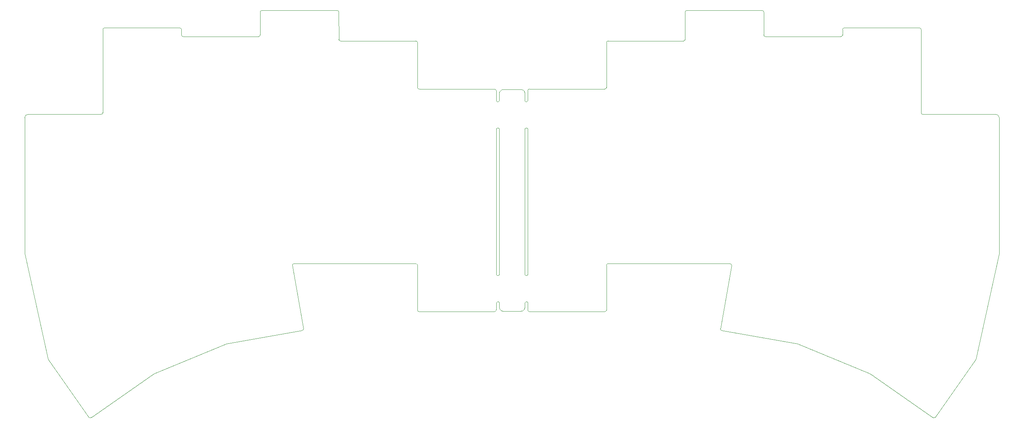
<source format=gm1>
%TF.GenerationSoftware,KiCad,Pcbnew,(6.0.4)*%
%TF.CreationDate,2022-09-24T19:54:14+02:00*%
%TF.ProjectId,MyKeeb,4d794b65-6562-42e6-9b69-6361645f7063,rev?*%
%TF.SameCoordinates,Original*%
%TF.FileFunction,Profile,NP*%
%FSLAX46Y46*%
G04 Gerber Fmt 4.6, Leading zero omitted, Abs format (unit mm)*
G04 Created by KiCad (PCBNEW (6.0.4)) date 2022-09-24 19:54:14*
%MOMM*%
%LPD*%
G01*
G04 APERTURE LIST*
%TA.AperFunction,Profile*%
%ADD10C,0.120000*%
%TD*%
%ADD11C,0.120000*%
G04 APERTURE END LIST*
D10*
X234788995Y-131216400D02*
X249146664Y-141269720D01*
X41385560Y-96057720D02*
X41373560Y-103677720D01*
D11*
X149605945Y-74914050D02*
X149729059Y-74935777D01*
X149833706Y-74995814D01*
X149920792Y-75101438D01*
X149959883Y-75217583D01*
X149964009Y-75272113D01*
D10*
X192481841Y-54662549D02*
X192483669Y-48390331D01*
D11*
X149964009Y-75272113D02*
X149964009Y-108369749D01*
X156483335Y-108369749D02*
X156483335Y-75272113D01*
X155767208Y-108369749D02*
X155767208Y-75272113D01*
X155767208Y-75272113D02*
X155788935Y-75148998D01*
X155848972Y-75044351D01*
X155954596Y-74957266D01*
X156070741Y-74918175D01*
X156125271Y-74914050D01*
D10*
X77647800Y-54025800D02*
X94888529Y-54024886D01*
D11*
X154882387Y-116887230D02*
X155017503Y-116877007D01*
X155146222Y-116847341D01*
X155267038Y-116799739D01*
X155378445Y-116735704D01*
X155478940Y-116656743D01*
X155567016Y-116564360D01*
X155641169Y-116460060D01*
X155699894Y-116345349D01*
X155741684Y-116221732D01*
X155765036Y-116090714D01*
X155769617Y-116000000D01*
D10*
X192884075Y-48026320D02*
X210112104Y-48025757D01*
X56584531Y-141269720D02*
X70942200Y-131216400D01*
X264345580Y-72585720D02*
G75*
G03*
X263595635Y-71835720I-749980J20D01*
G01*
X130852117Y-106026574D02*
X102990171Y-106028134D01*
D11*
X149247860Y-75272113D02*
X149269587Y-75148998D01*
X149329624Y-75044351D01*
X149435248Y-74957266D01*
X149551393Y-74918175D01*
X149605923Y-74914050D01*
X149247860Y-108369749D02*
X149247860Y-75272113D01*
D10*
X41385560Y-72585720D02*
X41385560Y-80563720D01*
X156482689Y-116625577D02*
X156483335Y-115086629D01*
X105184853Y-120910329D02*
X102626160Y-106428540D01*
D11*
X149605945Y-114728566D02*
X149729059Y-114750293D01*
X149833706Y-114810330D01*
X149920792Y-114915954D01*
X149959883Y-115032099D01*
X149964009Y-115086629D01*
D10*
X263595635Y-71835720D02*
X246842086Y-71835366D01*
D11*
X154877568Y-66112770D02*
X150848830Y-66112770D01*
X149964009Y-108369749D02*
X149942281Y-108492863D01*
X149882244Y-108597510D01*
X149776619Y-108684596D01*
X149660474Y-108723687D01*
X149605945Y-108727813D01*
D10*
X46723300Y-127891540D02*
X56047749Y-141201203D01*
X210476115Y-48426163D02*
X210478655Y-53624480D01*
X59253120Y-71434960D02*
X59255660Y-52425600D01*
X87551260Y-124378720D02*
X104853740Y-121338340D01*
D11*
X150853649Y-116887230D02*
X154882387Y-116887230D01*
D10*
X246475535Y-52425600D02*
X246478075Y-71434960D01*
X203105035Y-106428540D02*
X200546342Y-120910329D01*
X113247526Y-48390331D02*
X113249354Y-54662549D01*
X95619091Y-48025757D02*
X112847120Y-48026320D01*
D11*
X149605923Y-68913296D02*
X149482808Y-68891568D01*
X149378161Y-68831531D01*
X149291076Y-68725907D01*
X149251985Y-68609762D01*
X149247860Y-68555233D01*
X156483335Y-68555233D02*
X156461607Y-68678347D01*
X156401570Y-68782994D01*
X156295946Y-68870079D01*
X156179801Y-68909170D01*
X156125272Y-68913296D01*
X156125272Y-74914050D02*
X156248386Y-74935777D01*
X156353033Y-74995814D01*
X156440118Y-75101438D01*
X156479209Y-75217583D01*
X156483335Y-75272113D01*
X156125272Y-114728566D02*
X156248386Y-114750293D01*
X156353033Y-114810330D01*
X156440118Y-114915954D01*
X156479209Y-115032099D01*
X156483335Y-115086629D01*
D10*
X95252540Y-53624480D02*
X95255080Y-48426163D01*
X264345635Y-80563720D02*
X264345635Y-72585720D01*
D11*
X149247860Y-115086629D02*
X149269587Y-114963514D01*
X149329624Y-114858867D01*
X149435248Y-114771782D01*
X149551393Y-114732691D01*
X149605923Y-114728566D01*
D10*
X131247443Y-55389926D02*
X131245254Y-65660749D01*
X41385560Y-88691720D02*
X41385560Y-96057720D01*
X149966418Y-116000000D02*
X149964009Y-115086629D01*
X210842666Y-54024886D02*
X228083395Y-54025800D01*
X228883495Y-52026820D02*
X246111524Y-52025194D01*
X264345635Y-88691720D02*
X264345635Y-80563720D01*
X149246946Y-66388771D02*
X149247860Y-68555233D01*
X228483801Y-53661789D02*
X228483089Y-52390831D01*
X174081932Y-117026066D02*
X156846700Y-117025983D01*
X200877455Y-121338340D02*
X218179935Y-124378720D01*
X58889109Y-71835366D02*
X42135560Y-71835720D01*
X149964009Y-68555233D02*
X149961600Y-67000000D01*
D11*
X156125271Y-68913296D02*
X156002156Y-68891568D01*
X155897509Y-68831531D01*
X155810424Y-68725907D01*
X155771333Y-68609762D01*
X155767208Y-68555233D01*
D10*
X149247860Y-115086629D02*
X149248506Y-116625577D01*
X155767208Y-115086629D02*
X155769617Y-116000000D01*
D11*
X155767208Y-115086629D02*
X155788935Y-114963514D01*
X155848972Y-114858867D01*
X155954596Y-114771782D01*
X156070741Y-114732691D01*
X156125271Y-114728566D01*
D10*
X264357635Y-103677720D02*
X264345635Y-96057720D01*
X202741024Y-106028134D02*
X174879078Y-106026574D01*
X218179935Y-124378720D02*
X234788995Y-131216400D01*
D11*
X156483335Y-108369749D02*
X156461607Y-108492863D01*
X156401570Y-108597510D01*
X156295946Y-108684596D01*
X156179801Y-108723687D01*
X156125272Y-108727813D01*
X149605923Y-108727813D02*
X149482808Y-108706085D01*
X149378161Y-108646048D01*
X149291076Y-108540423D01*
X149251985Y-108424278D01*
X149247860Y-108369749D01*
D10*
X77248106Y-52390831D02*
X77247394Y-53661789D01*
X264345635Y-96057720D02*
X264345635Y-88691720D01*
X259007895Y-127891540D02*
X264357635Y-103677720D01*
D11*
X150848830Y-66112770D02*
X150713713Y-66122992D01*
X150584994Y-66152658D01*
X150464178Y-66200260D01*
X150352771Y-66264295D01*
X150252276Y-66343256D01*
X150164200Y-66435639D01*
X150090047Y-66539939D01*
X150031322Y-66654650D01*
X149989532Y-66778267D01*
X149966180Y-66909285D01*
X149961600Y-67000000D01*
D10*
X70942200Y-131216400D02*
X87551260Y-124378720D01*
X174485941Y-65660749D02*
X174483752Y-55389926D01*
X156884655Y-66024760D02*
X174085535Y-66024760D01*
X113649760Y-55026560D02*
X130847037Y-55025915D01*
X148884495Y-117025983D02*
X131649263Y-117026066D01*
X249683446Y-141201203D02*
X259007895Y-127891540D01*
D11*
X155764799Y-67000000D02*
X155754576Y-66864883D01*
X155724910Y-66736165D01*
X155677308Y-66615349D01*
X155613273Y-66503941D01*
X155534312Y-66403446D01*
X155441929Y-66315370D01*
X155337629Y-66241217D01*
X155222918Y-66182493D01*
X155099300Y-66140702D01*
X154968282Y-66117350D01*
X154877568Y-66112770D01*
D10*
X41373560Y-103677720D02*
X46723300Y-127891540D01*
X42135560Y-71835660D02*
G75*
G03*
X41385560Y-72585720I40J-750040D01*
G01*
D11*
X149964009Y-68555233D02*
X149942281Y-68678347D01*
X149882244Y-68782994D01*
X149776619Y-68870079D01*
X149660474Y-68909170D01*
X149605945Y-68913296D01*
D10*
X155764799Y-67000000D02*
X155767208Y-68555233D01*
X131645660Y-66024760D02*
X148846540Y-66024760D01*
X41385560Y-80563720D02*
X41385560Y-88691720D01*
D11*
X156125271Y-108727813D02*
X156002156Y-108706085D01*
X155897509Y-108646048D01*
X155810424Y-108540423D01*
X155771333Y-108424278D01*
X155767208Y-108369749D01*
X149966418Y-116000000D02*
X149976640Y-116135116D01*
X150006306Y-116263834D01*
X150053908Y-116384650D01*
X150117943Y-116496058D01*
X150196904Y-116596553D01*
X150289287Y-116684629D01*
X150393587Y-116758782D01*
X150508298Y-116817506D01*
X150631916Y-116859297D01*
X150762934Y-116882649D01*
X150853649Y-116887230D01*
D10*
X59619671Y-52025194D02*
X76847700Y-52026820D01*
X174478672Y-106390585D02*
X174482338Y-116662055D01*
X174884158Y-55025915D02*
X192081435Y-55026560D01*
X156483335Y-68555233D02*
X156484249Y-66388771D01*
X131248857Y-116662055D02*
X131252523Y-106390585D01*
%TO.C,*%
X131245254Y-65660749D02*
G75*
G03*
X131645660Y-66024760I370819J5669D01*
G01*
X148884495Y-117025983D02*
G75*
G03*
X149248506Y-116625577I-5669J370819D01*
G01*
X102990171Y-106028134D02*
G75*
G03*
X102626160Y-106428540I5669J-370819D01*
G01*
X77248106Y-52390831D02*
G75*
G03*
X76847700Y-52026820I-370819J-5669D01*
G01*
X77247394Y-53661789D02*
G75*
G03*
X77647800Y-54025800I370819J5669D01*
G01*
X113249354Y-54662549D02*
G75*
G03*
X113649760Y-55026560I370819J5669D01*
G01*
X56047750Y-141201203D02*
G75*
G03*
X56584531Y-141269720I300505J217337D01*
G01*
X95619091Y-48025757D02*
G75*
G03*
X95255080Y-48426163I5669J-370819D01*
G01*
X149246946Y-66388771D02*
G75*
G03*
X148846540Y-66024760I-370819J-5669D01*
G01*
X131247443Y-55389926D02*
G75*
G03*
X130847037Y-55025915I-370819J-5669D01*
G01*
X113247526Y-48390331D02*
G75*
G03*
X112847120Y-48026320I-370819J-5669D01*
G01*
X131248857Y-116662055D02*
G75*
G03*
X131649263Y-117026066I370819J5669D01*
G01*
X94888529Y-54024886D02*
G75*
G03*
X95252540Y-53624480I-5669J370819D01*
G01*
X59619671Y-52025194D02*
G75*
G03*
X59255660Y-52425600I5669J-370819D01*
G01*
X58889109Y-71835366D02*
G75*
G03*
X59253120Y-71434960I-5669J370819D01*
G01*
X200546343Y-120910329D02*
G75*
G03*
X200877455Y-121338340I366169J-58810D01*
G01*
X131252523Y-106390585D02*
G75*
G03*
X130852117Y-106026574I-370819J-5669D01*
G01*
X174081932Y-117026066D02*
G75*
G03*
X174482338Y-116662055I29587J369680D01*
G01*
X210478655Y-53624480D02*
G75*
G03*
X210842666Y-54024886I369680J-29587D01*
G01*
X210476115Y-48426163D02*
G75*
G03*
X210112104Y-48025757I-369680J29587D01*
G01*
X228083395Y-54025800D02*
G75*
G03*
X228483801Y-53661789I29587J369680D01*
G01*
X249146664Y-141269721D02*
G75*
G03*
X249683446Y-141201203I236276J285855D01*
G01*
X203105035Y-106428540D02*
G75*
G03*
X202741024Y-106028134I-369680J29587D01*
G01*
X246478075Y-71434960D02*
G75*
G03*
X246842086Y-71835366I369680J-29587D01*
G01*
X228883495Y-52026820D02*
G75*
G03*
X228483089Y-52390831I-29587J-369680D01*
G01*
X192081435Y-55026560D02*
G75*
G03*
X192481841Y-54662549I29587J369680D01*
G01*
X174879078Y-106026574D02*
G75*
G03*
X174478672Y-106390585I-29587J-369680D01*
G01*
X246475535Y-52425600D02*
G75*
G03*
X246111524Y-52025194I-369680J29587D01*
G01*
X104853740Y-121338341D02*
G75*
G03*
X105184853Y-120910329I-35057J369202D01*
G01*
X192884075Y-48026320D02*
G75*
G03*
X192483669Y-48390331I-29587J-369680D01*
G01*
X156482689Y-116625577D02*
G75*
G03*
X156846700Y-117025983I369680J-29587D01*
G01*
X174085535Y-66024760D02*
G75*
G03*
X174485941Y-65660749I29587J369680D01*
G01*
X174884158Y-55025915D02*
G75*
G03*
X174483752Y-55389926I-29587J-369680D01*
G01*
X156884655Y-66024760D02*
G75*
G03*
X156484249Y-66388771I-29587J-369680D01*
G01*
%TD*%
M02*

</source>
